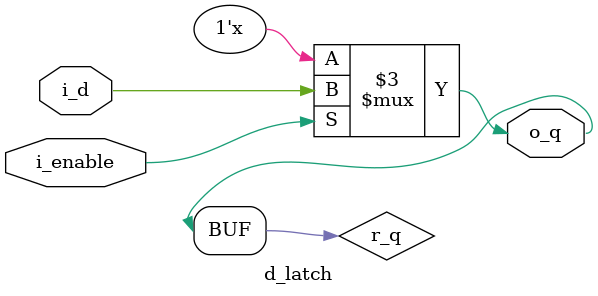
<source format=v>
/*
D锁存器
*/

`timescale 1ns/1ns

module d_latch
	(
		input i_enable,
		input i_d,

		output o_q
	);
	
	reg r_q;

	assign o_q = r_q;

	always@(i_enable, i_d)	//电平敏感
	begin
		if( 1'b1 == i_enable )
			r_q <= i_d;
	end
endmodule

</source>
